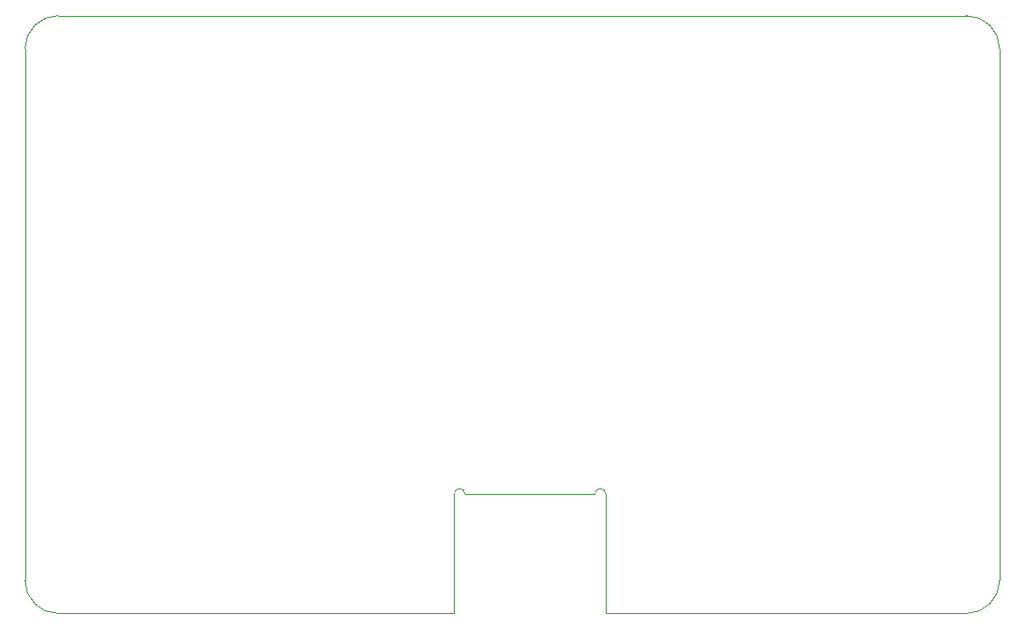
<source format=gm1>
G04*
G04 #@! TF.GenerationSoftware,Altium Limited,Altium Designer,20.1.11 (218)*
G04*
G04 Layer_Color=16711935*
%FSLAX44Y44*%
%MOMM*%
G71*
G04*
G04 #@! TF.SameCoordinates,4E8BECB8-10D7-4487-B94D-AC5258AA6689*
G04*
G04*
G04 #@! TF.FilePolarity,Positive*
G04*
G01*
G75*
%ADD10C,0.1000*%
D10*
X30000Y540000D02*
G03*
X0Y510000I0J-30000D01*
G01*
X880000D02*
G03*
X850000Y540000I-30000J0D01*
G01*
Y0D02*
G03*
X880000Y30000I0J30000D01*
G01*
X0D02*
G03*
X30000Y0I30000J0D01*
G01*
X397500Y107701D02*
G03*
X387500Y107701I-5000J0D01*
G01*
X524500D02*
G03*
X514500Y107701I-5000J0D01*
G01*
X30000Y1D02*
X387500Y1D01*
X30000Y540000D02*
X850000D01*
X-0Y30000D02*
Y510000D01*
X880000Y30000D02*
Y510000D01*
X524500Y-0D02*
X850000Y0D01*
X387500Y1D02*
Y107701D01*
X397500D02*
X514500D01*
X524500Y1D02*
Y107701D01*
M02*

</source>
